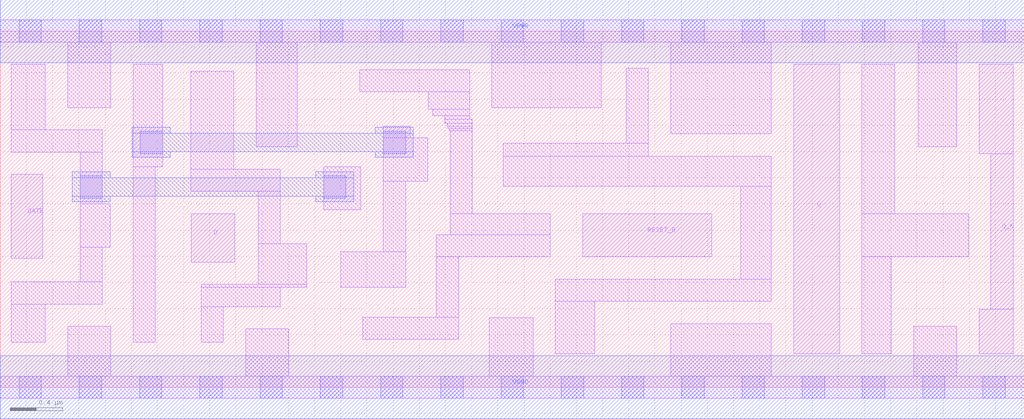
<source format=lef>
# Copyright 2020 The SkyWater PDK Authors
#
# Licensed under the Apache License, Version 2.0 (the "License");
# you may not use this file except in compliance with the License.
# You may obtain a copy of the License at
#
#     https://www.apache.org/licenses/LICENSE-2.0
#
# Unless required by applicable law or agreed to in writing, software
# distributed under the License is distributed on an "AS IS" BASIS,
# WITHOUT WARRANTIES OR CONDITIONS OF ANY KIND, either express or implied.
# See the License for the specific language governing permissions and
# limitations under the License.
#
# SPDX-License-Identifier: Apache-2.0

VERSION 5.7 ;
  NAMESCASESENSITIVE ON ;
  NOWIREEXTENSIONATPIN ON ;
  DIVIDERCHAR "/" ;
  BUSBITCHARS "[]" ;
UNITS
  DATABASE MICRONS 200 ;
END UNITS
MACRO sky130_fd_sc_hd__dlrbp_1
  CLASS CORE ;
  SOURCE USER ;
  FOREIGN sky130_fd_sc_hd__dlrbp_1 ;
  ORIGIN  0.000000  0.000000 ;
  SIZE  7.820000 BY  2.720000 ;
  SYMMETRY X Y R90 ;
  SITE unithd ;
  PIN D
    ANTENNAGATEAREA  0.159000 ;
    DIRECTION INPUT ;
    USE SIGNAL ;
    PORT
      LAYER li1 ;
        RECT 1.460000 0.955000 1.790000 1.325000 ;
    END
  END D
  PIN Q
    ANTENNADIFFAREA  0.429000 ;
    DIRECTION OUTPUT ;
    USE SIGNAL ;
    PORT
      LAYER li1 ;
        RECT 6.060000 0.255000 6.410000 2.465000 ;
    END
  END Q
  PIN Q_N
    ANTENNADIFFAREA  0.429000 ;
    DIRECTION OUTPUT ;
    USE SIGNAL ;
    PORT
      LAYER li1 ;
        RECT 7.475000 0.255000 7.735000 0.595000 ;
        RECT 7.475000 1.785000 7.735000 2.465000 ;
        RECT 7.565000 0.595000 7.735000 1.785000 ;
    END
  END Q_N
  PIN RESET_B
    ANTENNAGATEAREA  0.247500 ;
    DIRECTION INPUT ;
    USE SIGNAL ;
    PORT
      LAYER li1 ;
        RECT 4.450000 0.995000 5.435000 1.325000 ;
    END
  END RESET_B
  PIN GATE
    ANTENNAGATEAREA  0.159000 ;
    DIRECTION INPUT ;
    USE CLOCK ;
    PORT
      LAYER li1 ;
        RECT 0.085000 0.985000 0.325000 1.625000 ;
    END
  END GATE
  PIN VGND
    DIRECTION INOUT ;
    SHAPE ABUTMENT ;
    USE GROUND ;
    PORT
      LAYER met1 ;
        RECT 0.000000 -0.240000 7.820000 0.240000 ;
    END
  END VGND
  PIN VPWR
    DIRECTION INOUT ;
    SHAPE ABUTMENT ;
    USE POWER ;
    PORT
      LAYER met1 ;
        RECT 0.000000 2.480000 7.820000 2.960000 ;
    END
  END VPWR
  OBS
    LAYER li1 ;
      RECT 0.000000 -0.085000 7.820000 0.085000 ;
      RECT 0.000000  2.635000 7.820000 2.805000 ;
      RECT 0.085000  0.345000 0.345000 0.635000 ;
      RECT 0.085000  0.635000 0.780000 0.805000 ;
      RECT 0.085000  1.795000 0.780000 1.965000 ;
      RECT 0.085000  1.965000 0.345000 2.465000 ;
      RECT 0.515000  0.085000 0.845000 0.465000 ;
      RECT 0.515000  2.135000 0.845000 2.635000 ;
      RECT 0.610000  0.805000 0.780000 1.070000 ;
      RECT 0.610000  1.070000 0.840000 1.400000 ;
      RECT 0.610000  1.400000 0.780000 1.795000 ;
      RECT 1.015000  0.345000 1.185000 1.685000 ;
      RECT 1.015000  1.685000 1.240000 2.465000 ;
      RECT 1.455000  1.495000 2.140000 1.665000 ;
      RECT 1.455000  1.665000 1.785000 2.415000 ;
      RECT 1.535000  0.345000 1.705000 0.615000 ;
      RECT 1.535000  0.615000 2.140000 0.765000 ;
      RECT 1.535000  0.765000 2.340000 0.785000 ;
      RECT 1.875000  0.085000 2.205000 0.445000 ;
      RECT 1.955000  1.835000 2.270000 2.635000 ;
      RECT 1.970000  0.785000 2.340000 1.095000 ;
      RECT 1.970000  1.095000 2.140000 1.495000 ;
      RECT 2.470000  1.355000 2.755000 1.685000 ;
      RECT 2.600000  0.765000 3.095000 1.035000 ;
      RECT 2.745000  2.255000 3.585000 2.425000 ;
      RECT 2.770000  0.365000 3.500000 0.535000 ;
      RECT 2.925000  1.035000 3.095000 1.575000 ;
      RECT 2.925000  1.575000 3.265000 1.905000 ;
      RECT 2.925000  1.905000 3.130000 1.995000 ;
      RECT 3.270000  2.125000 3.585000 2.255000 ;
      RECT 3.305000  2.075000 3.585000 2.125000 ;
      RECT 3.330000  0.535000 3.500000 0.995000 ;
      RECT 3.330000  0.995000 4.200000 1.165000 ;
      RECT 3.395000  2.015000 3.605000 2.045000 ;
      RECT 3.395000  2.045000 3.585000 2.075000 ;
      RECT 3.415000  1.990000 3.605000 2.015000 ;
      RECT 3.420000  1.975000 3.605000 1.990000 ;
      RECT 3.430000  1.960000 3.605000 1.975000 ;
      RECT 3.435000  1.165000 4.200000 1.325000 ;
      RECT 3.435000  1.325000 3.605000 1.960000 ;
      RECT 3.735000  0.085000 4.070000 0.530000 ;
      RECT 3.755000  2.135000 4.590000 2.635000 ;
      RECT 3.840000  1.535000 5.890000 1.765000 ;
      RECT 3.840000  1.765000 4.950000 1.865000 ;
      RECT 4.240000  0.255000 4.540000 0.655000 ;
      RECT 4.240000  0.655000 5.890000 0.825000 ;
      RECT 4.780000  1.865000 4.950000 2.435000 ;
      RECT 5.120000  0.085000 5.890000 0.485000 ;
      RECT 5.120000  1.935000 5.890000 2.635000 ;
      RECT 5.655000  0.825000 5.890000 1.535000 ;
      RECT 6.580000  0.255000 6.805000 0.995000 ;
      RECT 6.580000  0.995000 7.395000 1.325000 ;
      RECT 6.580000  1.325000 6.830000 2.465000 ;
      RECT 6.975000  0.085000 7.305000 0.465000 ;
      RECT 7.010000  1.835000 7.305000 2.635000 ;
    LAYER mcon ;
      RECT 0.145000 -0.085000 0.315000 0.085000 ;
      RECT 0.145000  2.635000 0.315000 2.805000 ;
      RECT 0.605000 -0.085000 0.775000 0.085000 ;
      RECT 0.605000  2.635000 0.775000 2.805000 ;
      RECT 0.610000  1.445000 0.780000 1.615000 ;
      RECT 1.065000 -0.085000 1.235000 0.085000 ;
      RECT 1.065000  2.635000 1.235000 2.805000 ;
      RECT 1.070000  1.785000 1.240000 1.955000 ;
      RECT 1.525000 -0.085000 1.695000 0.085000 ;
      RECT 1.525000  2.635000 1.695000 2.805000 ;
      RECT 1.985000 -0.085000 2.155000 0.085000 ;
      RECT 1.985000  2.635000 2.155000 2.805000 ;
      RECT 2.445000 -0.085000 2.615000 0.085000 ;
      RECT 2.445000  2.635000 2.615000 2.805000 ;
      RECT 2.470000  1.445000 2.640000 1.615000 ;
      RECT 2.905000 -0.085000 3.075000 0.085000 ;
      RECT 2.905000  2.635000 3.075000 2.805000 ;
      RECT 2.925000  1.785000 3.095000 1.955000 ;
      RECT 3.365000 -0.085000 3.535000 0.085000 ;
      RECT 3.365000  2.635000 3.535000 2.805000 ;
      RECT 3.825000 -0.085000 3.995000 0.085000 ;
      RECT 3.825000  2.635000 3.995000 2.805000 ;
      RECT 4.285000 -0.085000 4.455000 0.085000 ;
      RECT 4.285000  2.635000 4.455000 2.805000 ;
      RECT 4.745000 -0.085000 4.915000 0.085000 ;
      RECT 4.745000  2.635000 4.915000 2.805000 ;
      RECT 5.205000 -0.085000 5.375000 0.085000 ;
      RECT 5.205000  2.635000 5.375000 2.805000 ;
      RECT 5.665000 -0.085000 5.835000 0.085000 ;
      RECT 5.665000  2.635000 5.835000 2.805000 ;
      RECT 6.125000 -0.085000 6.295000 0.085000 ;
      RECT 6.125000  2.635000 6.295000 2.805000 ;
      RECT 6.585000 -0.085000 6.755000 0.085000 ;
      RECT 6.585000  2.635000 6.755000 2.805000 ;
      RECT 7.045000 -0.085000 7.215000 0.085000 ;
      RECT 7.045000  2.635000 7.215000 2.805000 ;
      RECT 7.505000 -0.085000 7.675000 0.085000 ;
      RECT 7.505000  2.635000 7.675000 2.805000 ;
    LAYER met1 ;
      RECT 0.550000 1.415000 0.840000 1.460000 ;
      RECT 0.550000 1.460000 2.700000 1.600000 ;
      RECT 0.550000 1.600000 0.840000 1.645000 ;
      RECT 1.010000 1.755000 1.300000 1.800000 ;
      RECT 1.010000 1.800000 3.155000 1.940000 ;
      RECT 1.010000 1.940000 1.300000 1.985000 ;
      RECT 2.410000 1.415000 2.700000 1.460000 ;
      RECT 2.410000 1.600000 2.700000 1.645000 ;
      RECT 2.865000 1.755000 3.155000 1.800000 ;
      RECT 2.865000 1.940000 3.155000 1.985000 ;
  END
END sky130_fd_sc_hd__dlrbp_1
END LIBRARY

</source>
